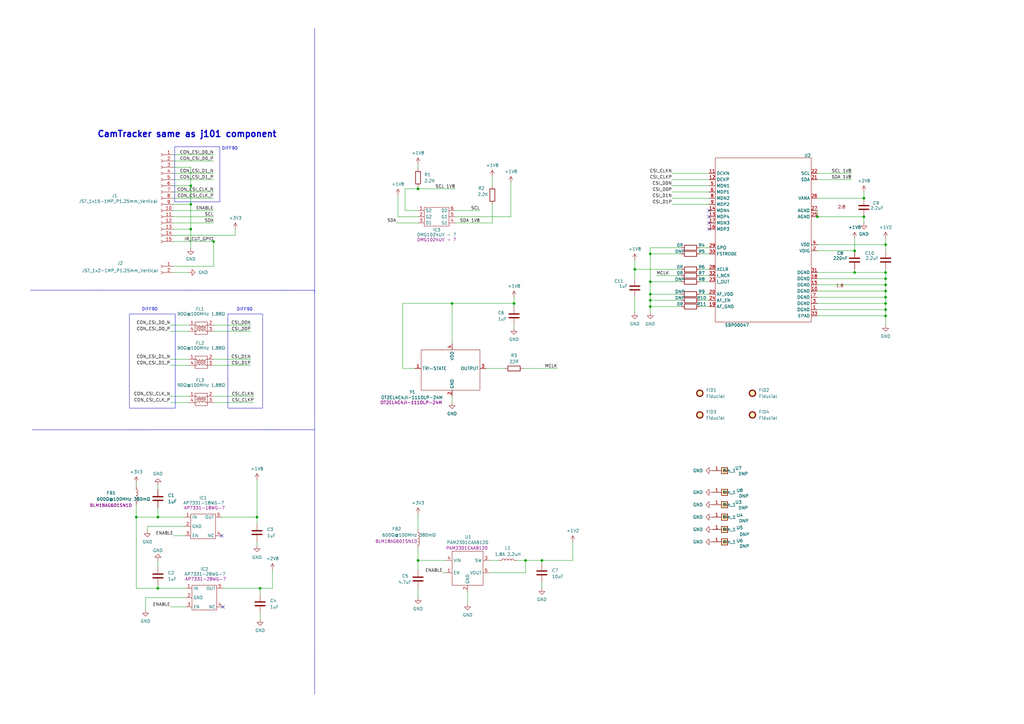
<source format=kicad_sch>
(kicad_sch (version 20231120) (generator "eeschema") (generator_version "8.0")
  (paper "A3")
  (lib_symbols
    (symbol "Connector:Conn_01x02_Socket" (pin_names (offset 1.016) hide)
      (property "Reference" "J" (at 0 2.54 0))
      (property "Value" "Conn_01x02_Socket" (at 0 -5.08 0))
      (symbol "Conn_01x02_Socket_1_1"
        (pin passive line (at -5.08 0 0) (length 3.81) (name "Pin_1") (number "1"))
        (pin passive line (at -5.08 -2.54 0) (length 3.81) (name "Pin_2") (number "2"))
      )
    )
    (symbol "Connector:Conn_01x15_Socket" (pin_names (offset 1.016) hide)
      (property "Reference" "J" (at 0 20.32 0))
      (property "Value" "Conn_01x15_Socket" (at 0 -20.32 0))
      (symbol "Conn_01x15_Socket_1_1"
        (pin passive line (at -5.08 17.78 0) (length 3.81) (name "Pin_1") (number "1"))
        (pin passive line (at -5.08 -5.08 0) (length 3.81) (name "Pin_10") (number "10"))
        (pin passive line (at -5.08 -7.62 0) (length 3.81) (name "Pin_11") (number "11"))
        (pin passive line (at -5.08 -10.16 0) (length 3.81) (name "Pin_12") (number "12"))
        (pin passive line (at -5.08 -12.7 0) (length 3.81) (name "Pin_13") (number "13"))
        (pin passive line (at -5.08 -15.24 0) (length 3.81) (name "Pin_14") (number "14"))
        (pin passive line (at -5.08 -17.78 0) (length 3.81) (name "Pin_15") (number "15"))
        (pin passive line (at -5.08 15.24 0) (length 3.81) (name "Pin_2") (number "2"))
        (pin passive line (at -5.08 12.7 0) (length 3.81) (name "Pin_3") (number "3"))
        (pin passive line (at -5.08 10.16 0) (length 3.81) (name "Pin_4") (number "4"))
        (pin passive line (at -5.08 7.62 0) (length 3.81) (name "Pin_5") (number "5"))
        (pin passive line (at -5.08 5.08 0) (length 3.81) (name "Pin_6") (number "6"))
        (pin passive line (at -5.08 2.54 0) (length 3.81) (name "Pin_7") (number "7"))
        (pin passive line (at -5.08 0 0) (length 3.81) (name "Pin_8") (number "8"))
        (pin passive line (at -5.08 -2.54 0) (length 3.81) (name "Pin_9") (number "9"))
      )
    )
    (symbol "Device:C" (pin_numbers hide) (pin_names (offset 0.254))
      (property "Reference" "C" (at 0.635 2.54 0))
      (property "Value" "C" (at 0.635 -2.54 0))
      (symbol "C_1_1"
        (pin passive line (at 0 3.81 270) (length 2.794) (name "~") (number "1"))
        (pin passive line (at 0 -3.81 90) (length 2.794) (name "~") (number "2"))
      )
    )
    (symbol "Device:L" (pin_numbers hide) (pin_names (offset 1.016) hide)
      (property "Reference" "L" (at -1.27 0 90))
      (property "Value" "L" (at 1.905 0 90))
      (symbol "L_1_1"
        (pin passive line (at 0 3.81 270) (length 1.27) (name "1") (number "1"))
        (pin passive line (at 0 -3.81 90) (length 1.27) (name "2") (number "2"))
      )
    )
    (symbol "Device:R" (pin_numbers hide) (pin_names (offset 0))
      (property "Reference" "R" (at 2.032 0 90))
      (property "Value" "R" (at 0 0 90))
      (symbol "R_1_1"
        (pin passive line (at 0 3.81 270) (length 1.27) (name "~") (number "1"))
        (pin passive line (at 0 -3.81 90) (length 1.27) (name "~") (number "2"))
      )
    )
    (symbol "IMX_219:AP7331-28WG"
      (property "Reference" "IC" (at -0.254 12.7 0))
      (symbol "AP7331-28WG_1_1"
        (pin input line (at -7.62 10.16 0) (length 2.54) (name "IN") (number "1"))
        (pin input line (at -7.62 6.35 0) (length 2.54) (name "GND") (number "2"))
        (pin input line (at -7.62 2.54 0) (length 2.54) (name "EN") (number "3"))
        (pin input line (at 7.62 2.54 180) (length 2.54) (name "NC") (number "4"))
        (pin input line (at 7.62 10.16 180) (length 2.54) (name "OUT") (number "5"))
      )
    )
    (symbol "IMX_219:DLP11SN9000HL2L"
      (property "Reference" "U" (at 0 0 0))
      (symbol "DLP11SN9000HL2L_1_1"
        (pin input line (at -5.08 6.35 0) (length 2.54) (name "") (number "1"))
        (pin input line (at 5.08 6.35 180) (length 2.54) (name "") (number "2"))
        (pin input line (at 5.08 3.81 180) (length 2.54) (name "") (number "3"))
        (pin input line (at -5.08 3.81 0) (length 2.54) (name "") (number "4"))
      )
    )
    (symbol "IMX_219:DMG1024UV-7"
      (property "Reference" "U" (at 0 0 0))
      (symbol "DMG1024UV-7_1_1"
        (pin input line (at -7.62 7.62 0) (length 2.54) (name "S2") (number "1"))
        (pin input line (at -7.62 5.08 0) (length 2.54) (name "G2") (number "2"))
        (pin input line (at -7.62 2.54 0) (length 2.54) (name "D1") (number "3"))
        (pin input line (at 7.62 2.54 180) (length 2.54) (name "S1") (number "4"))
        (pin input line (at 7.62 5.08 180) (length 2.54) (name "G1") (number "5"))
        (pin input line (at 7.62 7.62 180) (length 2.54) (name "D2") (number "6"))
      )
    )
    (symbol "IMX_219:PAM2301CAAB120"
      (property "Reference" "U?" (at 2.54 11.43 0))
      (symbol "PAM2301CAAB120_1_1"
        (pin input line (at -6.35 0 0) (length 2.54) (name "EN") (number "1"))
        (pin input line (at 2.54 -7.62 90) (length 2.54) (name "GND") (number "2"))
        (pin input line (at 11.43 5.08 180) (length 2.54) (name "SW") (number "3"))
        (pin input line (at -6.35 5.08 0) (length 2.54) (name "VIN") (number "4"))
        (pin input line (at 11.43 0 180) (length 2.54) (name "VOUT") (number "5"))
      )
    )
    (symbol "IMX_219:SBP08047"
      (property "Reference" "U2" (at 28.956 69.596 0))
      (property "Value" "SBP08047" (at 0 0 0))
      (symbol "SBP08047_1_1"
        (text "1.8\n" (at 42.164 16.256 0) (effects (font (size 1.27 1.27))))
        (text "2.8\n" (at 42.926 48.514 0) (effects (font (size 1.27 1.27))))
        (pin input line (at 33.02 6.35 180) (length 2.54) (name "DGND") (number "1"))
        (pin input line (at 33.02 13.97 180) (length 2.54) (name "DGND") (number "10"))
        (pin input line (at -11.43 62.23 0) (length 2.54) (name "DCKN") (number "11"))
        (pin input line (at -11.43 59.69 0) (length 2.54) (name "DCKP") (number "12"))
        (pin input line (at -11.43 44.45 0) (length 2.54) (name "MDP4") (number "13"))
        (pin input line (at -11.43 46.99 0) (length 2.54) (name "MDN4") (number "14"))
        (pin input line (at 33.02 16.51 180) (length 2.54) (name "DGND") (number "15"))
        (pin input line (at -11.43 39.37 0) (length 2.54) (name "MDP3") (number "16"))
        (pin input line (at -11.43 41.91 0) (length 2.54) (name "MDN3") (number "17"))
        (pin input line (at 33.02 19.05 180) (length 2.54) (name "DGND") (number "18"))
        (pin input line (at -11.43 7.62 0) (length 2.54) (name "AF_GND") (number "19"))
        (pin input line (at 33.02 30.48 180) (length 2.54) (name "VDIG") (number "2"))
        (pin input line (at -11.43 12.7 0) (length 2.54) (name "AF_VDD") (number "20"))
        (pin input line (at 33.02 59.69 180) (length 2.54) (name "SDA") (number "21"))
        (pin input line (at 33.02 62.23 180) (length 2.54) (name "SCL") (number "22"))
        (pin input line (at -11.43 17.78 0) (length 2.54) (name "I_OUT") (number "23"))
        (pin input line (at -11.43 10.16 0) (length 2.54) (name "AF_EN") (number "24"))
        (pin input line (at 33.02 44.45 180) (length 2.54) (name "AGND") (number "25"))
        (pin input line (at 33.02 52.07 180) (length 2.54) (name "VANA") (number "26"))
        (pin input line (at 33.02 46.99 180) (length 2.54) (name "AGND") (number "27"))
        (pin input line (at -11.43 22.86 0) (length 2.54) (name "XCLR") (number "28"))
        (pin input line (at -11.43 31.75 0) (length 2.54) (name "GPO") (number "29"))
        (pin input line (at 33.02 8.89 180) (length 2.54) (name "DGND") (number "3"))
        (pin input line (at -11.43 29.21 0) (length 2.54) (name "FSTROBE") (number "30"))
        (pin input line (at 33.02 21.59 180) (length 2.54) (name "DGND") (number "31"))
        (pin input line (at -11.43 20.32 0) (length 2.54) (name "I_NCK") (number "32"))
        (pin input line (at 33.02 3.81 180) (length 2.54) (name "EPAD") (number "33"))
        (pin input line (at 33.02 33.02 180) (length 2.54) (name "VDD") (number "4"))
        (pin input line (at -11.43 57.15 0) (length 2.54) (name "MDN1") (number "5"))
        (pin input line (at -11.43 54.61 0) (length 2.54) (name "MDP1") (number "6"))
        (pin input line (at 33.02 11.43 180) (length 2.54) (name "DGND") (number "7"))
        (pin input line (at -11.43 52.07 0) (length 2.54) (name "MDN2") (number "8"))
        (pin input line (at -11.43 49.53 0) (length 2.54) (name "MDP2") (number "9"))
      )
    )
    (symbol "IMX_219:Screw_Terminal_01x01"
      (property "Reference" "U6" (at 10.16 3.81 0))
      (property "Value" "DNP" (at 13.462 1.524 0))
      (symbol "Screw_Terminal_01x01_1_1"
        (pin passive line (at -5.08 3.81 0) (length 3.81) (name "Pin_1") (number "1"))
      )
    )
    (symbol "IMX_219:X322524MOB4SI"
      (property "Reference" "Y" (at -4.318 18.796 0))
      (symbol "X322524MOB4SI_1_1"
        (pin input line (at -7.62 10.16 0) (length 2.54) (name "TRI-STATE") (number "1"))
        (pin input line (at 7.62 -1.27 90) (length 2.54) (name "GND") (number "2"))
        (pin input line (at 21.59 10.16 180) (length 2.54) (name "OUTPUT") (number "3"))
        (pin input line (at 7.62 20.32 270) (length 2.54) (name "VDD") (number "4"))
      )
    )
    (symbol "Mechanical:Fiducial"
      (property "Reference" "FID" (at 0 5.08 0))
      (property "Value" "Fiducial" (at 0 3.175 0))
    )
    (symbol "Screw_Terminal_01x01_1"
      (property "Reference" "U7" (at 9.652 4.318 0))
      (property "Value" "DNP" (at 12.954 2.032 0))
      (symbol "Screw_Terminal_01x01_1_1_1"
        (pin passive line (at -5.08 3.81 0) (length 3.81) (name "Pin_1") (number "1"))
      )
    )
    (symbol "Screw_Terminal_01x01_2"
      (property "Reference" "U8" (at 10.16 4.064 0))
      (property "Value" "DNP" (at 13.208 1.778 0))
      (symbol "Screw_Terminal_01x01_2_1_1"
        (pin passive line (at -5.08 3.81 0) (length 3.81) (name "Pin_1") (number "1"))
      )
    )
    (symbol "Screw_Terminal_01x01_3"
      (property "Reference" "U3" (at 9.652 4.318 0))
      (property "Value" "DNP" (at 12.954 2.032 0))
      (symbol "Screw_Terminal_01x01_3_1_1"
        (pin passive line (at -5.08 3.81 0) (length 3.81) (name "Pin_1") (number "1"))
      )
    )
    (symbol "Screw_Terminal_01x01_4"
      (property "Reference" "U4" (at 10.16 4.064 0))
      (property "Value" "DNP" (at 13.208 1.778 0))
      (symbol "Screw_Terminal_01x01_4_1_1"
        (pin passive line (at -5.08 3.81 0) (length 3.81) (name "Pin_1") (number "1"))
      )
    )
    (symbol "Screw_Terminal_01x01_5"
      (property "Reference" "U5" (at 10.16 4.064 0))
      (property "Value" "DNP" (at 13.462 1.27 0))
      (symbol "Screw_Terminal_01x01_5_1_1"
        (pin passive line (at -5.08 3.81 0) (length 3.81) (name "Pin_1") (number "1"))
      )
    )
    (symbol "power:GND" (power) (pin_names (offset 0))
      (property "Value" "GND" (at 0 -3.81 0))
      (symbol "GND_1_1"
        (pin power_in line (at 0 0 270) (length 0) hide (name "GND") (number "1"))
      )
    )
    (symbol "power:VCC" (power) (pin_names (offset 0))
      (property "Value" "VCC" (at 0 3.81 0))
      (symbol "VCC_1_1"
        (pin power_in line (at 0 0 90) (length 0) hide (name "VCC") (number "1"))
      )
    )
  )
  (junction (at 266.7 120.65))
  (junction (at 78.2542 76.2))
  (junction (at 87.6243 99.06))
  (junction (at 335.28 88.9))
  (junction (at 106.68 241.3))
  (junction (at 171.45 229.87))
  (junction (at 363.22 127))
  (junction (at 363.22 100.33))
  (junction (at 363.22 114.3))
  (junction (at 363.22 124.46))
  (junction (at 185.42 124.46))
  (junction (at 363.22 119.38))
  (junction (at 171.45 77.47))
  (junction (at 354.33 81.28))
  (junction (at 210.82 124.46))
  (junction (at 363.22 129.54))
  (junction (at 266.7 125.73))
  (junction (at 105.41 212.09))
  (junction (at 363.22 116.84))
  (junction (at 260.35 110.49))
  (junction (at 55.88 212.09))
  (junction (at 78.2277 93.98))
  (junction (at 266.7 115.57))
  (junction (at 78.2542 83.82))
  (junction (at 363.22 121.92))
  (junction (at 350.52 102.87))
  (junction (at 266.7 104.14))
  (junction (at 350.52 111.76))
  (junction (at 266.7 123.19))
  (junction (at 363.22 111.76))
  (junction (at 222.25 229.87))
  (junction (at 64.77 212.09))
  (junction (at 215.5507 229.87))
  (junction (at 354.33 88.9))
  (junction (at 64.7558 241.3))
  (no_connect (at 290.83 93.98))
  (no_connect (at 91.44 248.92))
  (no_connect (at 90.932 219.71))
  (no_connect (at 290.83 91.44))
  (no_connect (at 290.83 88.9))
  (no_connect (at 290.83 86.36))
  (wire (pts (xy 64.77 198.882) (xy 64.77 200.66)))
  (wire (pts (xy 106.68 241.3) (xy 106.68 243.84)))
  (wire (pts (xy 55.88 212.09) (xy 55.88 241.3)))
  (wire (pts (xy 287.02 104.14) (xy 290.83 104.14)))
  (wire (pts (xy 363.22 119.38) (xy 335.28 119.38)))
  (wire (pts (xy 210.82 134.62) (xy 210.82 133.35)))
  (wire (pts (xy 106.68 241.3) (xy 111.76 241.3)))
  (wire (pts (xy 290.83 73.66) (xy 275.59 73.66)))
  (wire (pts (xy 363.22 111.76) (xy 363.22 114.3)))
  (wire (pts (xy 210.82 124.46) (xy 185.42 124.46)))
  (wire (pts (xy 166.1122 86.36) (xy 171.45 86.36)))
  (wire (pts (xy 335.28 88.9) (xy 354.33 88.9)))
  (wire (pts (xy 287.02 125.73) (xy 290.83 125.73)))
  (wire (pts (xy 201.93 83.82) (xy 201.93 91.44)))
  (wire (pts (xy 171.45 76.708) (xy 171.45 77.47)))
  (wire (pts (xy 275.59 76.2) (xy 290.83 76.2)))
  (wire (pts (xy 171.45 77.47) (xy 186.69 77.47)))
  (wire (pts (xy 363.22 121.92) (xy 335.28 121.92)))
  (wire (pts (xy 64.7558 240.03) (xy 64.77 240.03)))
  (wire (pts (xy 76.2 245.11) (xy 59.69 245.11)))
  (wire (pts (xy 166.1122 77.47) (xy 166.1122 86.36)))
  (wire (pts (xy 215.5507 229.87) (xy 222.25 229.87)))
  (wire (pts (xy 162.56 91.44) (xy 171.45 91.44)))
  (wire (pts (xy 87.63 73.66) (xy 71.12 73.66)))
  (wire (pts (xy 171.45 88.9) (xy 163.2233 88.9)))
  (wire (pts (xy 87.63 63.5) (xy 71.12 63.5)))
  (wire (pts (xy 102.87 147.32) (xy 87.63 147.32)))
  (wire (pts (xy 171.45 229.87) (xy 171.45 233.68)))
  (polyline (pts (xy 129.032 119.126) (xy 129.032 11.684)))
  (wire (pts (xy 350.52 110.49) (xy 350.52 111.76)))
  (wire (pts (xy 363.22 111.76) (xy 350.52 111.76)))
  (wire (pts (xy 102.87 133.35) (xy 87.63 133.35)))
  (wire (pts (xy 55.88 241.3) (xy 64.7558 241.3)))
  (wire (pts (xy 335.28 81.28) (xy 354.33 81.28)))
  (wire (pts (xy 363.22 121.92) (xy 363.22 124.46)))
  (wire (pts (xy 199.39 151.13) (xy 207.01 151.13)))
  (polyline (pts (xy 13.1147 176.3052) (xy 129.032 176.276)))
  (wire (pts (xy 363.22 119.38) (xy 363.22 121.92)))
  (wire (pts (xy 234.95 222.25) (xy 234.95 229.87)))
  (wire (pts (xy 350.52 111.76) (xy 335.28 111.76)))
  (wire (pts (xy 215.5507 229.87) (xy 212.09 229.87)))
  (wire (pts (xy 87.63 88.9) (xy 71.12 88.9)))
  (wire (pts (xy 363.22 100.33) (xy 363.22 102.87)))
  (wire (pts (xy 228.6 151.13) (xy 214.63 151.13)))
  (wire (pts (xy 363.22 114.3) (xy 335.28 114.3)))
  (wire (pts (xy 78.2277 93.98) (xy 78.2277 101.9134)))
  (wire (pts (xy 104.14 162.56) (xy 87.63 162.56)))
  (wire (pts (xy 105.41 212.09) (xy 105.41 196.85)))
  (wire (pts (xy 78.2277 93.98) (xy 71.12 93.98)))
  (polyline (pts (xy 12.4361 118.9869) (xy 129.0564 119.0285)))
  (wire (pts (xy 210.82 121.92) (xy 210.82 124.46)))
  (wire (pts (xy 186.69 91.44) (xy 201.93 91.44)))
  (wire (pts (xy 349.25 73.66) (xy 335.28 73.66)))
  (wire (pts (xy 165.1647 124.46) (xy 185.42 124.46)))
  (wire (pts (xy 363.22 124.46) (xy 335.28 124.46)))
  (wire (pts (xy 78.2542 68.58) (xy 78.2542 76.2)))
  (wire (pts (xy 91.44 241.3) (xy 106.68 241.3)))
  (wire (pts (xy 287.02 101.6) (xy 290.83 101.6)))
  (wire (pts (xy 78.2542 83.82) (xy 71.12 83.82)))
  (wire (pts (xy 363.22 114.3) (xy 363.22 116.84)))
  (wire (pts (xy 71.12 68.58) (xy 78.2542 68.58)))
  (wire (pts (xy 71.12 109.22) (xy 87.6243 109.22)))
  (wire (pts (xy 222.25 229.87) (xy 222.25 231.14)))
  (wire (pts (xy 260.35 106.68) (xy 260.35 110.49)))
  (wire (pts (xy 260.35 128.27) (xy 260.35 121.92)))
  (wire (pts (xy 260.35 110.49) (xy 279.4 110.49)))
  (wire (pts (xy 290.83 81.28) (xy 275.59 81.28)))
  (wire (pts (xy 287.02 110.49) (xy 290.83 110.49)))
  (wire (pts (xy 171.45 210.82) (xy 171.45 217.17)))
  (wire (pts (xy 287.02 120.65) (xy 290.83 120.65)))
  (polyline (pts (xy 129.0347 120.4043) (xy 129.032 119.126)))
  (wire (pts (xy 69.85 135.89) (xy 77.47 135.89)))
  (wire (pts (xy 234.95 229.87) (xy 222.25 229.87)))
  (wire (pts (xy 69.85 149.86) (xy 77.47 149.86)))
  (wire (pts (xy 363.22 124.46) (xy 363.22 127)))
  (wire (pts (xy 200.66 229.87) (xy 204.47 229.87)))
  (wire (pts (xy 87.6243 109.22) (xy 87.6243 99.06)))
  (polyline (pts (xy 129.0166 168.9016) (xy 129.032 284.734)))
  (wire (pts (xy 266.7 115.57) (xy 266.7 120.65)))
  (wire (pts (xy 170.18 151.13) (xy 165.1647 151.13)))
  (wire (pts (xy 55.88 207.01) (xy 55.88 212.09)))
  (wire (pts (xy 290.83 83.82) (xy 275.59 83.82)))
  (wire (pts (xy 106.68 254) (xy 106.68 251.46)))
  (polyline (pts (xy 129.0417 168.91) (xy 129.032 119.126)))
  (wire (pts (xy 78.2542 76.2) (xy 78.2542 83.82)))
  (wire (pts (xy 215.5507 234.95) (xy 215.5507 229.87)))
  (wire (pts (xy 69.85 147.32) (xy 77.47 147.32)))
  (wire (pts (xy 69.85 162.56) (xy 77.47 162.56)))
  (wire (pts (xy 87.63 86.36) (xy 71.12 86.36)))
  (wire (pts (xy 96.52 96.52) (xy 96.52 93.98)))
  (wire (pts (xy 201.93 72.39) (xy 201.93 76.2)))
  (wire (pts (xy 266.7 104.14) (xy 266.7 115.57)))
  (wire (pts (xy 55.88 212.09) (xy 64.77 212.09)))
  (wire (pts (xy 105.41 214.63) (xy 105.41 212.09)))
  (wire (pts (xy 87.63 81.28) (xy 71.12 81.28)))
  (wire (pts (xy 75.692 215.9) (xy 60.452 215.9)))
  (wire (pts (xy 87.63 78.74) (xy 71.12 78.74)))
  (wire (pts (xy 171.45 241.3) (xy 171.45 245.11)))
  (wire (pts (xy 90.932 212.09) (xy 105.41 212.09)))
  (wire (pts (xy 210.82 124.46) (xy 210.82 125.73)))
  (wire (pts (xy 163.2233 80.0823) (xy 163.2233 88.9)))
  (wire (pts (xy 335.28 86.36) (xy 335.28 88.9)))
  (wire (pts (xy 87.6243 99.06) (xy 71.12 99.06)))
  (wire (pts (xy 266.7 125.73) (xy 279.4 125.73)))
  (wire (pts (xy 209.55 88.9) (xy 209.55 74.93)))
  (wire (pts (xy 363.22 110.49) (xy 363.22 111.76)))
  (wire (pts (xy 363.22 116.84) (xy 335.28 116.84)))
  (wire (pts (xy 87.63 99.06) (xy 87.6243 99.06)))
  (wire (pts (xy 185.42 124.46) (xy 185.42 140.97)))
  (wire (pts (xy 69.85 133.35) (xy 77.47 133.35)))
  (wire (pts (xy 266.7 123.19) (xy 279.4 123.19)))
  (wire (pts (xy 200.66 234.95) (xy 215.5507 234.95)))
  (wire (pts (xy 78.2277 93.98) (xy 78.2542 93.98)))
  (wire (pts (xy 354.33 78.74) (xy 354.33 81.28)))
  (wire (pts (xy 363.22 116.84) (xy 363.22 119.38)))
  (wire (pts (xy 64.7558 241.3) (xy 76.2 241.3)))
  (wire (pts (xy 71.12 111.76) (xy 77.47 111.76)))
  (wire (pts (xy 102.87 149.86) (xy 87.63 149.86)))
  (wire (pts (xy 185.42 165.1) (xy 185.42 162.56)))
  (wire (pts (xy 181.61 234.95) (xy 182.88 234.95)))
  (wire (pts (xy 287.02 123.19) (xy 290.83 123.19)))
  (wire (pts (xy 64.77 229.87) (xy 64.77 232.41)))
  (wire (pts (xy 290.83 78.74) (xy 275.59 78.74)))
  (wire (pts (xy 350.52 97.79) (xy 350.52 102.87)))
  (wire (pts (xy 55.88 198.12) (xy 55.88 199.39)))
  (wire (pts (xy 105.41 222.25) (xy 105.41 223.774)))
  (wire (pts (xy 266.7 123.19) (xy 266.7 125.73)))
  (wire (pts (xy 171.45 77.47) (xy 166.1122 77.47)))
  (wire (pts (xy 335.28 100.33) (xy 363.22 100.33)))
  (wire (pts (xy 287.02 113.03) (xy 290.83 113.03)))
  (wire (pts (xy 64.77 212.09) (xy 75.692 212.09)))
  (wire (pts (xy 71.12 96.52) (xy 96.52 96.52)))
  (wire (pts (xy 104.14 165.1) (xy 87.63 165.1)))
  (wire (pts (xy 71.12 219.71) (xy 75.692 219.71)))
  (wire (pts (xy 266.7 104.14) (xy 279.4 104.14)))
  (wire (pts (xy 78.2542 83.82) (xy 78.2542 93.98)))
  (wire (pts (xy 363.22 97.79) (xy 363.22 100.33)))
  (wire (pts (xy 59.69 245.11) (xy 59.69 250.19)))
  (wire (pts (xy 266.7 120.65) (xy 266.7 123.19)))
  (wire (pts (xy 335.28 129.54) (xy 363.22 129.54)))
  (wire (pts (xy 102.87 135.89) (xy 87.63 135.89)))
  (wire (pts (xy 69.85 165.1) (xy 77.47 165.1)))
  (wire (pts (xy 335.28 102.87) (xy 350.52 102.87)))
  (wire (pts (xy 354.33 88.9) (xy 354.33 91.44)))
  (wire (pts (xy 78.2542 76.2) (xy 71.12 76.2)))
  (wire (pts (xy 64.77 208.28) (xy 64.77 212.09)))
  (wire (pts (xy 171.45 229.87) (xy 182.88 229.87)))
  (wire (pts (xy 266.7 115.57) (xy 279.4 115.57)))
  (wire (pts (xy 266.7 120.65) (xy 279.4 120.65)))
  (wire (pts (xy 64.7558 241.3) (xy 64.7558 240.03)))
  (wire (pts (xy 266.7 125.73) (xy 266.7 128.27)))
  (wire (pts (xy 87.63 71.12) (xy 71.12 71.12)))
  (wire (pts (xy 191.77 247.65) (xy 191.77 242.57)))
  (wire (pts (xy 349.25 71.12) (xy 335.28 71.12)))
  (wire (pts (xy 287.02 115.57) (xy 290.83 115.57)))
  (wire (pts (xy 363.22 129.54) (xy 363.22 127)))
  (wire (pts (xy 222.25 241.3) (xy 222.25 238.76)))
  (wire (pts (xy 87.63 66.04) (xy 71.12 66.04)))
  (wire (pts (xy 196.85 86.36) (xy 186.69 86.36)))
  (wire (pts (xy 171.45 224.79) (xy 171.45 229.87)))
  (wire (pts (xy 186.69 88.9) (xy 209.55 88.9)))
  (wire (pts (xy 165.1647 151.13) (xy 165.1647 124.46)))
  (wire (pts (xy 171.45 67.31) (xy 171.45 69.088)))
  (wire (pts (xy 111.76 241.3) (xy 111.76 233.68)))
  (wire (pts (xy 290.83 71.12) (xy 275.59 71.12)))
  (wire (pts (xy 266.7 101.6) (xy 266.7 104.14)))
  (wire (pts (xy 69.85 248.92) (xy 76.2 248.92)))
  (wire (pts (xy 60.452 215.9) (xy 60.452 217.678)))
  (wire (pts (xy 87.63 91.44) (xy 71.12 91.44)))
  (wire (pts (xy 363.22 127) (xy 335.28 127)))
  (wire (pts (xy 269.24 113.03) (xy 279.4 113.03)))
  (wire (pts (xy 279.4 101.6) (xy 266.7 101.6)))
  (wire (pts (xy 363.22 133.35) (xy 363.22 129.54)))
  (wire (pts (xy 260.35 114.3) (xy 260.35 110.49)))
  (rectangle (start 53.086 128.778) (end 71.882 167.386))
  (rectangle (start 71.628 60.198) (end 90.17 82.804))
  (rectangle (start 93.472 128.778) (end 107.696 167.386))
  (text "DIFF90\n" (at 94.234 60.96 0) (effects (font (size 1.27 1.27))))
  (text "CamTracker same as j101 component" (at 76.708 55.118 0) (effects (font (size 2.54 2.54) (thickness 0.508) (bold yes))))
  (text "DIFF90\n" (at 61.3856 126.9352 0) (effects (font (size 1.27 1.27))))
  (text "DIFF90\n" (at 100.33 127 0) (effects (font (size 1.27 1.27))))
  (label "ENABLE" (at 181.61 234.95 180))
  (label "CSI_D1N" (at 102.87 147.32 180))
  (label "CON_CSI_D1_P" (at 87.63 73.66 180))
  (label "CSI_D0N" (at 275.59 76.2 180))
  (label "CON_CSI_D0_P" (at 87.63 66.04 180))
  (label "CSI_CLKN" (at 104.14 162.56 180))
  (label "MCLK" (at 228.6 151.13 180))
  (label "CSI_D0P" (at 275.59 78.74 180))
  (label "CON_CSI_D1_N" (at 87.63 71.12 180))
  (label "IR_CUT_GPIO" (at 87.63 99.06 180))
  (label "CSI_D1N" (at 275.59 81.28 180))
  (label "SCL 1V8" (at 349.25 71.12 180))
  (label "ENABLE" (at 87.63 86.36 180))
  (label "CON_CSI_D0_N" (at 87.63 63.5 180))
  (label "SDA 1V8" (at 349.25 73.66 180))
  (label "SCL" (at 196.85 86.36 180))
  (label "SDA" (at 87.63 91.44 180))
  (label "CSI_CLKP" (at 104.14 165.1 180))
  (label "CON_CSI_CLK_P" (at 87.63 81.28 180))
  (label "CSI_CLKN" (at 275.59 71.12 180))
  (label "CON_CSI_CLK_P" (at 69.85 165.1 180))
  (label "CSI_CLKP" (at 275.59 73.66 180))
  (label "ENABLE" (at 69.85 248.92 180))
  (label "CSI_D0P" (at 102.87 135.89 180))
  (label "SDA" (at 162.56 91.44 180))
  (label "CSI_D1P" (at 102.87 149.86 180))
  (label "CON_CSI_D1_N" (at 69.85 147.32 180))
  (label "SCL" (at 87.63 88.9 180))
  (label "SDA 1V8" (at 196.85 91.44 180))
  (label "CSI_D1P" (at 275.59 83.82 180))
  (label "CSI_D0N" (at 102.87 133.35 180))
  (label "MCLK" (at 269.24 113.03 0))
  (label "CON_CSI_D1_P" (at 69.85 149.86 180))
  (label "SCL 1V8" (at 186.69 77.47 180))
  (label "CON_CSI_CLK_N" (at 69.85 162.56 180))
  (label "CON_CSI_CLK_N" (at 87.63 78.74 180))
  (label "CON_CSI_D0_N" (at 69.85 133.35 180))
  (label "CON_CSI_D0_P" (at 69.85 135.89 180))
  (label "ENABLE" (at 71.12 219.71 180))
  (symbol (lib_id "power:VCC") (at 350.52 97.79 0) (unit 1)
    (property "Reference" "#PWR026" (effects (hide yes)))
    (property "Value" "+1V8" (at 350.52 93.218 0))
    (property "Description" "Power symbol creates a global label with name \"VCC\"" (effects (hide yes)))
  )
  (symbol (lib_id "power:GND") (at 60.452 217.678 0) (unit 1)
    (property "Reference" "#PWR09" (effects (hide yes)))
    (property "Value" "GND" (at 60.452 222.25 0))
    (property "Description" "Power symbol creates a global label with name \"GND\" , ground" (effects (hide yes)))
  )
  (symbol (lib_id "power:VCC") (at 163.2233 80.0823 0) (unit 1)
    (property "Reference" "#PWR03" (effects (hide yes)))
    (property "Value" "+1V8" (at 163.2233 75.5103 0))
    (property "Description" "Power symbol creates a global label with name \"VCC\"" (effects (hide yes)))
  )
  (symbol (lib_id "power:GND") (at 292.1 207.01 270) (unit 1)
    (property "Reference" "#PWR035" (effects (hide yes)))
    (property "Value" "GND" (at 288.29 207.0099 90) (effects (justify right)))
    (property "Description" "Power symbol creates a global label with name \"GND\" , ground" (effects (hide yes)))
  )
  (symbol (lib_name "Screw_Terminal_01x01_2") (lib_id "IMX_219:Screw_Terminal_01x01") (at 297.18 205.74 0) (unit 1)
    (property "Reference" "U8" (at 302.006 201.168 0) (effects (justify left)))
    (property "Value" "DNP" (at 305.054 203.454 0))
    (property "Footprint" "Footprint Library:Screw Terminal Shinbo_2" (effects (hide yes)))
    (property "MPN" "DNP" (effects (hide yes)))
  )
  (symbol (lib_name "Screw_Terminal_01x01_5") (lib_id "IMX_219:Screw_Terminal_01x01") (at 297.18 220.98 0) (unit 1)
    (property "Reference" "U5" (at 302.006 216.408 0) (effects (justify left)))
    (property "Value" "DNP" (at 305.308 219.202 0))
    (property "Footprint" "Footprint Library:Screw Terminal Shinbo_2" (effects (hide yes)))
    (property "MPN" "DNP" (effects (hide yes)))
  )
  (symbol (lib_id "power:GND") (at 171.45 245.11 0) (unit 1)
    (property "Reference" "#PWR017" (effects (hide yes)))
    (property "Value" "GND" (at 171.45 249.682 0))
    (property "Description" "Power symbol creates a global label with name \"GND\" , ground" (effects (hide yes)))
  )
  (symbol (lib_id "power:VCC") (at 55.88 198.12 0) (unit 1)
    (property "Reference" "#PWR07" (effects (hide yes)))
    (property "Value" "+3V3" (at 55.88 193.548 0))
    (property "Description" "Power symbol creates a global label with name \"VCC\"" (effects (hide yes)))
  )
  (symbol (lib_id "power:GND") (at 292.1 201.93 270) (unit 1)
    (property "Reference" "#PWR029" (effects (hide yes)))
    (property "Value" "GND" (at 288.29 201.9299 90) (effects (justify right)))
    (property "Description" "Power symbol creates a global label with name \"GND\" , ground" (effects (hide yes)))
  )
  (symbol (lib_id "Device:C") (at 222.25 234.95 0) (unit 1)
    (property "Reference" "C7" (at 226.314 233.934 0) (effects (justify left)))
    (property "Value" "10uF	" (at 226.314 236.474 0) (effects (justify left)))
    (property "Footprint" "Capacitor_SMD:C_0805_2012Metric" (effects (hide yes)))
    (property "Description" "Unpolarized capacitor" (effects (hide yes)))
    (property "MPN" "CL21A106KAYNNNE" (effects (hide yes)))
  )
  (symbol (lib_id "IMX_219:DMG1024UV-7") (at 179.07 93.98 0) (unit 1)
    (property "Reference" "IC3" (at 179.07 94.234 0))
    (property "Value" "DMG1024UV - 7" (at 179.07 96.266 0))
    (property "Footprint" "Package_TO_SOT_SMD:SOT-563" (effects (hide yes)))
    (property "Datasheet" "file:///C:/Users/İhsan/Desktop/CameraModule_IMX219/CameraModule_IMX219/IMX219_Datasheet/DMG1024UV.pdf" (effects (hide yes)))
    (property "Description" "null 1.38A 450mΩ@600mA,4.5V 530mW 2 N-Channel SOT-563 MOSFETs ROHS" (effects (hide yes)))
    (property "MPN" "DMG1024UV - 7" (at 179.07 98.298 0))
  )
  (symbol (lib_id "Device:R") (at 201.93 80.01 0) (unit 1)
    (property "Reference" "R2" (at 196.088 77.216 0) (effects (justify left)))
    (property "Value" "2.2K" (at 195.834 79.756 0) (effects (justify left)))
    (property "Footprint" "Resistor_SMD:R_0402_1005Metric" (effects (hide yes)))
    (property "Description" "Resistor" (effects (hide yes)))
    (property "MPN" "0402WGF2201TCE" (effects (hide yes)))
  )
  (symbol (lib_id "power:VCC") (at 209.55 74.93 0) (unit 1)
    (property "Reference" "#PWR05" (effects (hide yes)))
    (property "Value" "+1V8" (at 209.55 70.358 0))
    (property "Description" "Power symbol creates a global label with name \"VCC\"" (effects (hide yes)))
  )
  (symbol (lib_id "Device:R") (at 283.21 113.03 90) (unit 1)
    (property "Reference" "R7" (at 287.782 112.014 90))
    (property "Value" "0R" (at 278.892 112.014 90))
    (property "Footprint" "Resistor_SMD:R_0402_1005Metric" (effects (hide yes)))
    (property "Description" "Resistor" (effects (hide yes)))
    (property "MPN" "RC-02000FT" (effects (hide yes)))
  )
  (symbol (lib_id "power:VCC") (at 111.76 233.68 0) (unit 1)
    (property "Reference" "#PWR014" (effects (hide yes)))
    (property "Value" "+2V8" (at 111.76 229.108 0))
    (property "Description" "Power symbol creates a global label with name \"VCC\"" (effects (hide yes)))
  )
  (symbol (lib_id "Device:C") (at 105.41 218.44 0) (unit 1)
    (property "Reference" "C3" (at 109.474 217.1699 0) (effects (justify left)))
    (property "Value" "1uF" (at 109.474 219.7099 0) (effects (justify left)))
    (property "Footprint" "Capacitor_SMD:C_0402_1005Metric" (effects (hide yes)))
    (property "Description" "Unpolarized capacitor" (effects (hide yes)))
    (property "MPN" "CL05A105KP5NNNC" (effects (hide yes)))
  )
  (symbol (lib_id "power:GND") (at 292.1 193.04 270) (unit 1)
    (property "Reference" "#PWR028" (effects (hide yes)))
    (property "Value" "GND" (at 288.29 193.0399 90) (effects (justify right)))
    (property "Description" "Power symbol creates a global label with name \"GND\" , ground" (effects (hide yes)))
  )
  (symbol (lib_id "power:VCC") (at 201.93 72.39 0) (unit 1)
    (property "Reference" "#PWR06" (effects (hide yes)))
    (property "Value" "+1V8" (at 201.93 67.818 0))
    (property "Description" "Power symbol creates a global label with name \"VCC\"" (effects (hide yes)))
  )
  (symbol (lib_id "Device:L") (at 55.88 203.2 0) (unit 1)
    (property "Reference" "FB1" (at 43.688 202.184 0) (effects (justify left)))
    (property "Value" "600Ω@100MHz 380mΩ " (at 39.624 204.724 0) (effects (justify left)))
    (property "Footprint" "Footprint Library:BLM18SP221SN1B" (effects (hide yes)))
    (property "Datasheet" "https://datasheet.lcsc.com/lcsc/2304140030_Murata-Electronics-BLM18AG601SN1D_C19330.pdf" (effects (hide yes)))
    (property "Description" "  380mΩ ±25% 600Ω@100MHz 0603 Ferrite Beads ROHS" (effects (hide yes)))
    (property "MPN" "BLM18AG601SN1D" (at 45.466 207.264 0))
  )
  (symbol (lib_id "Device:C") (at 350.52 106.68 180) (unit 1)
    (property "Reference" "C8" (at 345.948 103.886 0) (effects (justify left)))
    (property "Value" "220nF" (at 347.726 105.918 0) (effects (justify left)))
    (property "Footprint" "Capacitor_SMD:C_0402_1005Metric" (effects (hide yes)))
    (property "Description" "Unpolarized capacitor" (effects (hide yes)))
    (property "MPN" "0402B224K160NT" (effects (hide yes)))
  )
  (symbol (lib_id "power:VCC") (at 96.52 93.98 0) (unit 1)
    (property "Reference" "#PWR02" (effects (hide yes)))
    (property "Value" "+3V3" (at 96.52 89.408 0))
    (property "Description" "Power symbol creates a global label with name \"VCC\"" (effects (hide yes)))
  )
  (symbol (lib_id "Device:L") (at 208.28 229.87 90) (unit 1)
    (property "Reference" "L1" (at 208.28 224.79 90))
    (property "Value" "1.8A 2.2uH" (at 208.28 227.33 90))
    (property "Footprint" "Inductor_SMD:L_1008_2520Metric" (effects (hide yes)))
    (property "Datasheet" "https://datasheet.lcsc.com/lcsc/2207211800_Vishay-Intertech-IFSC1008ABER2R2M01_C844947.pdf" (effects (hide yes)))
    (property "Description" "1.8A I-shaped inductor 2.2uH 2.15A ±20% SMD,2.5x2x1.2mm Power Inductors ROHS" (effects (hide yes)))
    (property "MPN" "IFSC1008ABER2R2M01" (effects (hide yes)))
  )
  (symbol (lib_id "power:GND") (at 354.33 91.44 0) (unit 1)
    (property "Reference" "#PWR038" (effects (hide yes)))
    (property "Value" "GND" (at 354.33 96.012 0))
    (property "Description" "Power symbol creates a global label with name \"GND\" , ground" (effects (hide yes)))
  )
  (symbol (lib_id "Device:L") (at 171.45 220.98 0) (unit 1)
    (property "Reference" "FB2" (at 160.782 216.916 0) (effects (justify left)))
    (property "Value" "600Ω@100MHz 380mΩ " (at 156.718 219.456 0) (effects (justify left)))
    (property "Footprint" "Footprint Library:BLM18SP221SN1B" (effects (hide yes)))
    (property "Datasheet" "https://datasheet.lcsc.com/lcsc/2304140030_Murata-Electronics-BLM18AG601SN1D_C19330.pdf" (effects (hide yes)))
    (property "Description" "  380mΩ ±25% 600Ω@100MHz 0603 Ferrite Beads ROHS" (effects (hide yes)))
    (property "MPN" "BLM18AG601SN1D" (at 162.56 221.996 0))
  )
  (symbol (lib_id "Device:C") (at 64.77 204.47 0) (unit 1)
    (property "Reference" "C1" (at 68.834 203.1999 0) (effects (justify left)))
    (property "Value" "1uF" (at 68.834 205.7399 0) (effects (justify left)))
    (property "Footprint" "Capacitor_SMD:C_0402_1005Metric" (effects (hide yes)))
    (property "Description" "Unpolarized capacitor" (effects (hide yes)))
    (property "MPN" "CL05A105KP5NNNC" (effects (hide yes)))
  )
  (symbol (lib_id "power:GND") (at 59.69 250.19 0) (unit 1)
    (property "Reference" "#PWR013" (effects (hide yes)))
    (property "Value" "GND" (at 59.69 254.762 0))
    (property "Description" "Power symbol creates a global label with name \"GND\" , ground" (effects (hide yes)))
  )
  (symbol (lib_id "IMX_219:Screw_Terminal_01x01") (at 297.18 226.06 0) (unit 1)
    (property "Reference" "U6" (at 302.006 221.742 0) (effects (justify left)))
    (property "Value" "DNP" (at 305.308 224.028 0))
    (property "Footprint" "Footprint Library:Screw Terminal Shinbo_2" (effects (hide yes)))
    (property "MPN" "DNP" (effects (hide yes)))
  )
  (symbol (lib_id "IMX_219:AP7331-28WG") (at 83.82 251.46 0) (unit 1)
    (property "Reference" "IC2" (at 83.82 233.426 0))
    (property "Value" "AP7331-28WG-7" (at 84.074 235.458 0))
    (property "Footprint" "Footprint Library:AP7331" (effects (hide yes)))
    (property "Datasheet" "https://datasheet.lcsc.com/lcsc/2304140030_Diodes-Incorporated-AP7331-18WG-7_C155293.pdf" (effects (hide yes)))
    (property "Description" "300mA 65dB@(100Hz) Fixed 2.8V Positive 6V SOT-25-5 Linear Voltage Regulators (LDO) ROHS" (effects (hide yes)))
    (property "MPN" "AP7331-28WG-7" (at 84.328 237.49 0))
  )
  (symbol (lib_id "Device:R") (at 283.21 120.65 90) (unit 1)
    (property "Reference" "R9" (at 287.782 119.634 90))
    (property "Value" "DNP" (at 278.892 119.634 90))
    (property "Footprint" "Resistor_SMD:R_0402_1005Metric" (effects (hide yes)))
    (property "Description" "Resistor" (effects (hide yes)))
    (property "MPN" "DNP" (effects (hide yes)))
  )
  (symbol (lib_id "Device:R") (at 210.82 151.13 90) (unit 1)
    (property "Reference" "R3" (at 210.82 145.796 90))
    (property "Value" "22R" (at 210.82 148.336 90))
    (property "Footprint" "Resistor_SMD:R_0402_1005Metric" (effects (hide yes)))
    (property "Description" "Resistor" (effects (hide yes)))
    (property "MPN" "0402WGF220JTCE" (effects (hide yes)))
  )
  (symbol (lib_id "power:GND") (at 363.22 133.35 0) (unit 1)
    (property "Reference" "#PWR037" (effects (hide yes)))
    (property "Value" "GND" (at 363.22 137.922 0))
    (property "Description" "Power symbol creates a global label with name \"GND\" , ground" (effects (hide yes)))
  )
  (symbol (lib_id "IMX_219:PAM2301CAAB120") (at 189.23 234.95 0) (unit 1)
    (property "Reference" "U1" (at 192.024 220.218 0))
    (property "Value" "PAM2301CAAB120" (at 191.77 222.504 0))
    (property "Footprint" "Package_TO_SOT_SMD:SOT-23-5" (effects (hide yes)))
    (property "Datasheet" "https://datasheet.lcsc.com/lcsc/2308101544_Diodes-Incorporated-PAM2301CAAB120_C2071957.pdf" (effects (hide yes)))
    (property "Description" "Step-down type Fixed 800mA 2.5V~5.5V 1.2V SOT-23-5 DC-DC Converters ROHS" (effects (hide yes)))
    (property "MPN" "PAM2301CAAB120" (at 191.516 224.79 0))
  )
  (symbol (lib_id "Device:R") (at 171.45 72.898 0) (unit 1)
    (property "Reference" "R1" (at 173.99 71.6279 0) (effects (justify left)))
    (property "Value" "2.2K" (at 173.99 74.1679 0) (effects (justify left)))
    (property "Footprint" "Resistor_SMD:R_0402_1005Metric" (effects (hide yes)))
    (property "Description" "Resistor" (effects (hide yes)))
    (property "MPN" "0402WGF2201TCE" (effects (hide yes)))
  )
  (symbol (lib_id "Device:C") (at 64.77 236.22 0) (unit 1)
    (property "Reference" "C2" (at 68.834 234.9499 0) (effects (justify left)))
    (property "Value" "1uF" (at 68.834 237.4899 0) (effects (justify left)))
    (property "Footprint" "Capacitor_SMD:C_0402_1005Metric" (effects (hide yes)))
    (property "Description" "Unpolarized capacitor" (effects (hide yes)))
    (property "MPN" "CL05A105KP5NNNC" (effects (hide yes)))
  )
  (symbol (lib_id "IMX_219:SBP08047") (at 302.26 133.35 0) (unit 1)
    (property "Reference" "U2" (at 331.216 63.754 0))
    (property "Value" "SBP08047" (at 302.26 133.35 0))
    (property "Footprint" "IMX219:SBP08047" (effects (hide yes)))
    (property "Datasheet" "file:///C:/Users/İhsan/Downloads/PLCC%20IMX219%20(BokTech)%20(1).pdf" (effects (hide yes)))
    (property "MPN" "SBP08047" (effects (hide yes)))
  )
  (symbol (lib_id "IMX_219:DLP11SN9000HL2L") (at 82.55 139.7 0) (unit 1)
    (property "Reference" "FL1" (at 82.042 126.746 0))
    (property "Value" "90Ω@100MHz 1.88Ω" (at 82.55 128.778 0))
    (property "Footprint" "Footprint Library:DLP11SN900HL2L" (effects (hide yes)))
    (property "Datasheet" "https://datasheet.lcsc.com/lcsc/1810251040_Murata-Electronics-DLP11SN900HL2L_C90762.pdf" (effects (hide yes)))
    (property "Description" "90Ω@100MHz 1.88Ω 2 0504 Common Mode Filters ROHS" (effects (hide yes)))
    (property "MPN" "DLP11SN900HL2L" (effects (hide yes)))
  )
  (symbol (lib_id "Device:R") (at 283.21 125.73 90) (unit 1)
    (property "Reference" "R11" (at 287.782 124.714 90))
    (property "Value" "0R" (at 278.892 124.714 90))
    (property "Footprint" "Resistor_SMD:R_0402_1005Metric" (effects (hide yes)))
    (property "Description" "Resistor" (effects (hide yes)))
  )
  (symbol (lib_name "Screw_Terminal_01x01_1") (lib_id "IMX_219:Screw_Terminal_01x01") (at 297.18 196.85 0) (unit 1)
    (property "Reference" "U7" (at 301.498 192.024 0) (effects (justify left)))
    (property "Value" "DNP" (at 304.8 194.31 0))
    (property "Footprint" "Footprint Library:Screw Terminal Shinbo_2" (effects (hide yes)))
    (property "MPN" "DNP" (effects (hide yes)))
  )
  (symbol (lib_id "IMX_219:DLP11SN9000HL2L") (at 82.55 168.91 0) (unit 1)
    (property "Reference" "FL3" (at 82.042 155.956 0))
    (property "Value" "90Ω@100MHz 1.88Ω" (at 82.55 157.988 0))
    (property "Footprint" "Footprint Library:DLP11SN900HL2L" (effects (hide yes)))
    (property "Datasheet" "https://datasheet.lcsc.com/lcsc/1810251040_Murata-Electronics-DLP11SN900HL2L_C90762.pdf" (effects (hide yes)))
    (property "Description" "90Ω@100MHz 1.88Ω 2 0504 Common Mode Filters ROHS" (effects (hide yes)))
    (property "MPN" "DLP11SN900HL2L" (effects (hide yes)))
  )
  (symbol (lib_id "IMX_219:AP7331-28WG") (at 83.312 222.25 0) (unit 1)
    (property "Reference" "IC1" (at 83.312 204.216 0))
    (property "Value" "AP7331-18WG-7" (at 83.566 206.248 0))
    (property "Footprint" "Footprint Library:AP7331" (effects (hide yes)))
    (property "Datasheet" "https://datasheet.lcsc.com/lcsc/2304140030_Diodes-Incorporated-AP7331-18WG-7_C155293.pdf" (effects (hide yes)))
    (property "Description" "300mA 65dB@(100Hz) Fixed 1.8V Positive 6V SOT-25-5 Linear Voltage Regulators (LDO) ROHS" (effects (hide yes)))
    (property "MPN" "AP7331-18WG-7" (at 83.82 208.28 0))
  )
  (symbol (lib_id "power:VCC") (at 363.22 97.79 0) (unit 1)
    (property "Reference" "#PWR027" (effects (hide yes)))
    (property "Value" "+1V2" (at 363.22 93.218 0))
    (property "Description" "Power symbol creates a global label with name \"VCC\"" (effects (hide yes)))
  )
  (symbol (lib_id "power:GND") (at 266.7 128.27 0) (unit 1)
    (property "Reference" "#PWR039" (effects (hide yes)))
    (property "Value" "GND" (at 266.7 132.842 0))
    (property "Description" "Power symbol creates a global label with name \"GND\" , ground" (effects (hide yes)))
  )
  (symbol (lib_id "power:GND") (at 77.47 111.76 90) (unit 1)
    (property "Reference" "#PWR024" (effects (hide yes)))
    (property "Value" "GND" (at 81.28 111.7599 90) (effects (justify right)))
    (property "Description" "Power symbol creates a global label with name \"GND\" , ground" (effects (hide yes)))
  )
  (symbol (lib_id "power:VCC") (at 354.33 78.74 0) (unit 1)
    (property "Reference" "#PWR025" (effects (hide yes)))
    (property "Value" "+2V8" (at 354.33 74.168 0))
    (property "Description" "Power symbol creates a global label with name \"VCC\"" (effects (hide yes)))
  )
  (symbol (lib_id "Device:C") (at 363.22 106.68 180) (unit 1)
    (property "Reference" "C10" (at 358.648 103.886 0) (effects (justify left)))
    (property "Value" "2.2uF" (at 360.426 105.918 0) (effects (justify left)))
    (property "Footprint" "Capacitor_SMD:C_0402_1005Metric" (effects (hide yes)))
    (property "Description" "Unpolarized capacitor" (effects (hide yes)))
    (property "MPN" "CL05A225MQ5NSNC" (effects (hide yes)))
  )
  (symbol (lib_id "power:GND") (at 106.68 254 0) (unit 1)
    (property "Reference" "#PWR015" (effects (hide yes)))
    (property "Value" "GND" (at 106.68 258.572 0))
    (property "Description" "Power symbol creates a global label with name \"GND\" , ground" (effects (hide yes)))
  )
  (symbol (lib_id "Device:R") (at 283.21 101.6 90) (unit 1)
    (property "Reference" "R4" (at 287.782 100.584 90))
    (property "Value" "0R" (at 278.892 100.584 90))
    (property "Footprint" "Resistor_SMD:R_0402_1005Metric" (effects (hide yes)))
    (property "Description" "Resistor" (effects (hide yes)))
    (property "MPN" "RC-02000FT" (effects (hide yes)))
  )
  (symbol (lib_id "Device:C") (at 260.35 118.11 180) (unit 1)
    (property "Reference" "C11" (at 255.778 115.316 0) (effects (justify left)))
    (property "Value" "1uF" (at 257.556 117.348 0) (effects (justify left)))
    (property "Footprint" "Capacitor_SMD:C_0402_1005Metric" (effects (hide yes)))
    (property "Description" "Unpolarized capacitor" (effects (hide yes)))
  )
  (symbol (lib_id "power:GND") (at 185.42 165.1 0) (unit 1)
    (property "Reference" "#PWR022" (effects (hide yes)))
    (property "Value" "GND" (at 185.42 169.672 0))
    (property "Description" "Power symbol creates a global label with name \"GND\" , ground" (effects (hide yes)))
  )
  (symbol (lib_id "Connector:Conn_01x15_Socket") (at 66.04 81.28 0) (mirror y) (unit 1)
    (property "Reference" "J1" (at 48.26 80.264 0) (effects (justify left)))
    (property "Value" "JST_1x15-1MP_P1.25mm_Vertical" (at 64.77 82.5499 0) (effects (justify left)))
    (property "Footprint" "Footprint Library:JST_1x15-1MP_P1.25mm_Vertical" (effects (hide yes)))
    (property "Description" "Generic connector, single row, 01x15, script generated" (effects (hide yes)))
    (property "MPN" "1.25mm间距 立贴 1*15p" (effects (hide yes)))
  )
  (symbol (lib_id "power:GND") (at 64.77 229.87 180) (unit 1)
    (property "Reference" "#PWR012" (effects (hide yes)))
    (property "Value" "GND" (at 64.77 225.806 0))
    (property "Description" "Power symbol creates a global label with name \"GND\" , ground" (effects (hide yes)))
  )
  (symbol (lib_id "Device:C") (at 171.45 237.49 0) (unit 1)
    (property "Reference" "C5" (at 164.846 236.22 0) (effects (justify left)))
    (property "Value" "4.7uF" (at 163.322 238.76 0) (effects (justify left)))
    (property "Footprint" "Capacitor_SMD:C_0603_1608Metric" (effects (hide yes)))
    (property "Description" "Unpolarized capacitor" (effects (hide yes)))
    (property "MPN" "CL10A475KO8NNNC" (effects (hide yes)))
  )
  (symbol (lib_id "power:VCC") (at 234.95 222.25 0) (unit 1)
    (property "Reference" "#PWR020" (effects (hide yes)))
    (property "Value" "+1V2" (at 234.95 217.678 0))
    (property "Description" "Power symbol creates a global label with name \"VCC\"" (effects (hide yes)))
  )
  (symbol (lib_id "Mechanical:Fiducial") (at 308.61 170.18 0) (unit 1)
    (property "Reference" "FID4" (at 311.15 168.9099 0) (effects (justify left)))
    (property "Value" "Fiducial" (at 311.15 171.4499 0) (effects (justify left)))
    (property "Footprint" "Fiducial:Fiducial_0.5mm_Mask1mm" (effects (hide yes)))
    (property "Description" "Fiducial Marker" (effects (hide yes)))
  )
  (symbol (lib_id "IMX_219:DLP11SN9000HL2L") (at 82.55 153.67 0) (unit 1)
    (property "Reference" "FL2" (at 82.042 140.716 0))
    (property "Value" "90Ω@100MHz 1.88Ω" (at 82.55 142.748 0))
    (property "Footprint" "Footprint Library:DLP11SN900HL2L" (effects (hide yes)))
    (property "Datasheet" "https://datasheet.lcsc.com/lcsc/1810251040_Murata-Electronics-DLP11SN900HL2L_C90762.pdf" (effects (hide yes)))
    (property "Description" "90Ω@100MHz 1.88Ω 2 0504 Common Mode Filters ROHS" (effects (hide yes)))
    (property "MPN" "DLP11SN900HL2L" (effects (hide yes)))
  )
  (symbol (lib_id "IMX_219:X322524MOB4SI") (at 177.8 161.29 0) (unit 1)
    (property "Reference" "Y1" (at 169.164 160.782 0))
    (property "Value" "OT2EL4C4JI-111OLP-24M" (at 168.91 163.068 0))
    (property "Footprint" "Footprint Library:OT2EL4C4JI-111OLP-24M" (effects (hide yes)))
    (property "Datasheet" "https://datasheet.lcsc.com/lcsc/2305121746_YXC-X322524MOB4SI_C70590.pdf" (effects (hide yes)))
    (property "Description" "24MHz SMD3225-4P Oscillators ROHS" (effects (hide yes)))
    (property "MPN" "OT2EL4C4JI-111OLP-24M" (at 168.656 165.1 0))
  )
  (symbol (lib_id "power:VCC") (at 260.35 106.68 0) (unit 1)
    (property "Reference" "#PWR030" (effects (hide yes)))
    (property "Value" "+1V8" (at 260.35 102.108 0))
    (property "Description" "Power symbol creates a global label with name \"VCC\"" (effects (hide yes)))
  )
  (symbol (lib_id "Device:R") (at 283.21 115.57 90) (unit 1)
    (property "Reference" "R8" (at 287.782 114.554 90))
    (property "Value" "DNP" (at 278.892 114.554 90))
    (property "Footprint" "Resistor_SMD:R_0402_1005Metric" (effects (hide yes)))
    (property "Description" "Resistor" (effects (hide yes)))
    (property "MPN" "DNP" (effects (hide yes)))
  )
  (symbol (lib_id "power:VCC") (at 105.41 196.85 0) (unit 1)
    (property "Reference" "#PWR010" (effects (hide yes)))
    (property "Value" "+1V8" (at 105.41 192.278 0))
    (property "Description" "Power symbol creates a global label with name \"VCC\"" (effects (hide yes)))
  )
  (symbol (lib_id "Device:R") (at 283.21 110.49 90) (unit 1)
    (property "Reference" "R6" (at 287.782 109.474 90))
    (property "Value" "0R" (at 278.892 109.474 90))
    (property "Footprint" "Resistor_SMD:R_0402_1005Metric" (effects (hide yes)))
    (property "Description" "Resistor" (effects (hide yes)))
  )
  (symbol (lib_id "Mechanical:Fiducial") (at 287.02 170.18 0) (unit 1)
    (property "Reference" "FID3" (at 289.56 168.9099 0) (effects (justify left)))
    (property "Value" "Fiducial" (at 289.56 171.4499 0) (effects (justify left)))
    (property "Footprint" "Fiducial:Fiducial_0.5mm_Mask1mm" (effects (hide yes)))
    (property "Description" "Fiducial Marker" (effects (hide yes)))
  )
  (symbol (lib_id "Device:C") (at 210.82 129.54 0) (unit 1)
    (property "Reference" "C6" (at 204.216 128.27 0) (effects (justify left)))
    (property "Value" "1uF" (at 204.216 130.81 0) (effects (justify left)))
    (property "Footprint" "Capacitor_SMD:C_0402_1005Metric" (effects (hide yes)))
    (property "Description" "Unpolarized capacitor" (effects (hide yes)))
    (property "MPN" "CL05A105KP5NNNC" (effects (hide yes)))
  )
  (symbol (lib_id "power:GND") (at 64.77 198.882 180) (unit 1)
    (property "Reference" "#PWR08" (effects (hide yes)))
    (property "Value" "GND" (at 64.77 194.31 0))
    (property "Description" "Power symbol creates a global label with name \"GND\" , ground" (effects (hide yes)))
  )
  (symbol (lib_id "power:GND") (at 292.1 217.17 270) (unit 1)
    (property "Reference" "#PWR033" (effects (hide yes)))
    (property "Value" "GND" (at 288.29 217.1699 90) (effects (justify right)))
    (property "Description" "Power symbol creates a global label with name \"GND\" , ground" (effects (hide yes)))
  )
  (symbol (lib_id "power:GND") (at 105.41 223.774 0) (unit 1)
    (property "Reference" "#PWR011" (effects (hide yes)))
    (property "Value" "GND" (at 105.41 228.6 0))
    (property "Description" "Power symbol creates a global label with name \"GND\" , ground" (effects (hide yes)))
  )
  (symbol (lib_name "Screw_Terminal_01x01_3") (lib_id "IMX_219:Screw_Terminal_01x01") (at 297.18 210.82 0) (unit 1)
    (property "Reference" "U3" (at 301.498 205.994 0) (effects (justify left)))
    (property "Value" "DNP" (at 304.8 208.28 0))
    (property "Footprint" "Footprint Library:Screw Terminal Shinbo_2" (effects (hide yes)))
    (property "MPN" "DNP" (effects (hide yes)))
  )
  (symbol (lib_name "Screw_Terminal_01x01_4") (lib_id "IMX_219:Screw_Terminal_01x01") (at 297.18 215.9 0) (unit 1)
    (property "Reference" "U4" (at 302.006 211.328 0) (effects (justify left)))
    (property "Value" "DNP" (at 305.054 213.614 0))
    (property "Footprint" "Footprint Library:Screw Terminal Shinbo_2" (effects (hide yes)))
    (property "MPN" "DNP" (effects (hide yes)))
  )
  (symbol (lib_id "Device:C") (at 354.33 85.09 180) (unit 1)
    (property "Reference" "C9" (at 360.68 83.312 0) (effects (justify left)))
    (property "Value" "2.2uF" (at 362.458 85.344 0) (effects (justify left)))
    (property "Footprint" "Capacitor_SMD:C_0402_1005Metric" (effects (hide yes)))
    (property "Description" "Unpolarized capacitor" (effects (hide yes)))
    (property "MPN" "CL05A225MQ5NSNC" (effects (hide yes)))
  )
  (symbol (lib_id "Connector:Conn_01x02_Socket") (at 66.04 109.22 0) (mirror y) (unit 1)
    (property "Reference" "J2" (at 49.276 107.95 0))
    (property "Value" "JST_1x2-1MP_P1.25mm_Vertical" (at 49.276 110.998 0))
    (property "Footprint" "Footprint Library:Con_2Ways_1.25mm" (effects (hide yes)))
    (property "Datasheet" "https://datasheet.lcsc.com/lcsc/2306211556_XUNPU-WAFER-MX1-25B-3PZZ_C7429331.pdf" (effects (hide yes)))
    (property "Description" "DIP,P=1.25mm Wire To Board / Wire To Wire Connector ROHS" (effects (hide yes)))
    (property "MPN" "p=1.25 1*3p" (effects (hide yes)))
  )
  (symbol (lib_id "power:VCC") (at 171.45 67.31 0) (unit 1)
    (property "Reference" "#PWR04" (effects (hide yes)))
    (property "Value" "+1V8" (at 171.45 62.738 0))
    (property "Description" "Power symbol creates a global label with name \"VCC\"" (effects (hide yes)))
  )
  (symbol (lib_id "power:GND") (at 210.82 134.62 0) (unit 1)
    (property "Reference" "#PWR023" (effects (hide yes)))
    (property "Value" "GND" (at 210.82 139.192 0))
    (property "Description" "Power symbol creates a global label with name \"GND\" , ground" (effects (hide yes)))
  )
  (symbol (lib_id "power:GND") (at 191.77 247.65 0) (unit 1)
    (property "Reference" "#PWR018" (effects (hide yes)))
    (property "Value" "GND" (at 191.77 252.222 0))
    (property "Description" "Power symbol creates a global label with name \"GND\" , ground" (effects (hide yes)))
  )
  (symbol (lib_id "power:GND") (at 222.25 241.3 0) (unit 1)
    (property "Reference" "#PWR019" (effects (hide yes)))
    (property "Value" "GND" (at 222.25 245.872 0))
    (property "Description" "Power symbol creates a global label with name \"GND\" , ground" (effects (hide yes)))
  )
  (symbol (lib_id "power:GND") (at 292.1 212.09 270) (unit 1)
    (property "Reference" "#PWR034" (effects (hide yes)))
    (property "Value" "GND" (at 288.29 212.0899 90) (effects (justify right)))
    (property "Description" "Power symbol creates a global label with name \"GND\" , ground" (effects (hide yes)))
  )
  (symbol (lib_id "power:GND") (at 292.1 222.25 270) (unit 1)
    (property "Reference" "#PWR032" (effects (hide yes)))
    (property "Value" "GND" (at 288.29 222.2499 90) (effects (justify right)))
    (property "Description" "Power symbol creates a global label with name \"GND\" , ground" (effects (hide yes)))
  )
  (symbol (lib_id "Device:R") (at 283.21 123.19 90) (unit 1)
    (property "Reference" "R10" (at 287.782 122.174 90))
    (property "Value" "DNP" (at 278.892 122.174 90))
    (property "Footprint" "Resistor_SMD:R_0402_1005Metric" (effects (hide yes)))
    (property "Description" "Resistor" (effects (hide yes)))
    (property "MPN" "DNP" (effects (hide yes)))
  )
  (symbol (lib_id "power:GND") (at 78.2277 101.9134 0) (unit 1)
    (property "Reference" "#PWR01" (effects (hide yes)))
    (property "Value" "GND" (at 78.2277 106.2314 0))
    (property "Description" "Power symbol creates a global label with name \"GND\" , ground" (effects (hide yes)))
  )
  (symbol (lib_id "Device:C") (at 106.68 247.65 0) (unit 1)
    (property "Reference" "C4" (at 110.744 246.3799 0) (effects (justify left)))
    (property "Value" "1uF" (at 110.744 248.9199 0) (effects (justify left)))
    (property "Footprint" "Capacitor_SMD:C_0402_1005Metric" (effects (hide yes)))
    (property "Description" "Unpolarized capacitor" (effects (hide yes)))
    (property "MPN" "CL05A105KP5NNNC" (effects (hide yes)))
  )
  (symbol (lib_id "power:VCC") (at 171.45 210.82 0) (unit 1)
    (property "Reference" "#PWR016" (effects (hide yes)))
    (property "Value" "+3V3" (at 171.45 206.248 0))
    (property "Description" "Power symbol creates a global label with name \"VCC\"" (effects (hide yes)))
  )
  (symbol (lib_id "Device:R") (at 283.21 104.14 90) (unit 1)
    (property "Reference" "R5" (at 287.782 103.124 90))
    (property "Value" "DNP" (at 278.892 103.124 90))
    (property "Footprint" "Resistor_SMD:R_0402_1005Metric" (effects (hide yes)))
    (property "Description" "Resistor" (effects (hide yes)))
    (property "MPN" "DNP" (effects (hide yes)))
  )
  (symbol (lib_id "Mechanical:Fiducial") (at 308.61 161.29 0) (unit 1)
    (property "Reference" "FID2" (at 311.15 160.0199 0) (effects (justify left)))
    (property "Value" "Fiducial" (at 311.15 162.5599 0) (effects (justify left)))
    (property "Footprint" "Fiducial:Fiducial_0.5mm_Mask1mm" (effects (hide yes)))
    (property "Description" "Fiducial Marker" (effects (hide yes)))
  )
  (symbol (lib_id "Mechanical:Fiducial") (at 287.02 161.29 0) (unit 1)
    (property "Reference" "FID1" (at 289.56 160.0199 0) (effects (justify left)))
    (property "Value" "Fiducial" (at 289.56 162.5599 0) (effects (justify left)))
    (property "Footprint" "Fiducial:Fiducial_0.5mm_Mask1mm" (effects (hide yes)))
    (property "Description" "Fiducial Marker" (effects (hide yes)))
  )
  (symbol (lib_id "power:VCC") (at 210.82 121.92 0) (unit 1)
    (property "Reference" "#PWR021" (effects (hide yes)))
    (property "Value" "+1V8" (at 210.82 117.348 0))
    (property "Description" "Power symbol creates a global label with name \"VCC\"" (effects (hide yes)))
  )
  (symbol (lib_id "power:GND") (at 260.35 128.27 0) (unit 1)
    (property "Reference" "#PWR031" (effects (hide yes)))
    (property "Value" "GND" (at 260.35 132.842 0))
    (property "Description" "Power symbol creates a global label with name \"GND\" , ground" (effects (hide yes)))
  )
)
</source>
